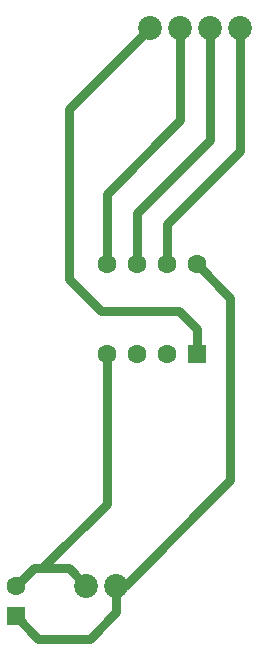
<source format=gbr>
%TF.GenerationSoftware,KiCad,Pcbnew,(5.1.6-0-10_14)*%
%TF.CreationDate,2020-08-24T18:45:30-04:00*%
%TF.ProjectId,atiny85_shield,6174696e-7938-4355-9f73-6869656c642e,rev?*%
%TF.SameCoordinates,Original*%
%TF.FileFunction,Copper,L1,Top*%
%TF.FilePolarity,Positive*%
%FSLAX46Y46*%
G04 Gerber Fmt 4.6, Leading zero omitted, Abs format (unit mm)*
G04 Created by KiCad (PCBNEW (5.1.6-0-10_14)) date 2020-08-24 18:45:30*
%MOMM*%
%LPD*%
G01*
G04 APERTURE LIST*
%TA.AperFunction,ComponentPad*%
%ADD10C,1.600000*%
%TD*%
%TA.AperFunction,ComponentPad*%
%ADD11R,1.600000X1.600000*%
%TD*%
%TA.AperFunction,ComponentPad*%
%ADD12C,2.020000*%
%TD*%
%TA.AperFunction,Conductor*%
%ADD13C,0.762000*%
%TD*%
%TA.AperFunction,Conductor*%
%ADD14C,1.524000*%
%TD*%
G04 APERTURE END LIST*
D10*
%TO.P,U1,8*%
%TO.N,Net-(C1-Pad1)*%
X29578300Y21424900D03*
%TO.P,U1,7*%
%TO.N,Net-(J1-Pad1)*%
X27038300Y21424900D03*
%TO.P,U1,6*%
%TO.N,Net-(J1-Pad2)*%
X24498300Y21424900D03*
%TO.P,U1,5*%
%TO.N,Net-(J1-Pad3)*%
X21958300Y21424900D03*
%TO.P,U1,4*%
%TO.N,Net-(C1-Pad2)*%
X21958300Y13804900D03*
%TO.P,U1,3*%
%TO.N,Net-(U1-Pad3)*%
X24498300Y13804900D03*
%TO.P,U1,2*%
%TO.N,Net-(U1-Pad2)*%
X27038300Y13804900D03*
D11*
%TO.P,U1,1*%
%TO.N,Net-(J1-Pad4)*%
X29578300Y13804900D03*
%TD*%
D12*
%TO.P,J2,2*%
%TO.N,Net-(C1-Pad1)*%
X22758400Y-5816600D03*
%TO.P,J2,1*%
%TO.N,Net-(C1-Pad2)*%
X20218400Y-5816600D03*
%TD*%
%TO.P,J1,4*%
%TO.N,Net-(J1-Pad4)*%
X25641300Y41427400D03*
%TO.P,J1,3*%
%TO.N,Net-(J1-Pad3)*%
X28181300Y41427400D03*
%TO.P,J1,2*%
%TO.N,Net-(J1-Pad2)*%
X30721300Y41427400D03*
%TO.P,J1,1*%
%TO.N,Net-(J1-Pad1)*%
X33261300Y41427400D03*
%TD*%
D10*
%TO.P,C1,2*%
%TO.N,Net-(C1-Pad2)*%
X14236700Y-5869300D03*
D11*
%TO.P,C1,1*%
%TO.N,Net-(C1-Pad1)*%
X14236700Y-8369300D03*
%TD*%
D13*
%TO.N,Net-(C1-Pad2)*%
X18745200Y-4343400D02*
X20218400Y-5816600D01*
X14236700Y-5869300D02*
X15762600Y-4343400D01*
X21958300Y1117600D02*
X16497300Y-4343400D01*
X21958300Y13804900D02*
X21958300Y1117600D01*
X16497300Y-4343400D02*
X18745200Y-4343400D01*
X15762600Y-4343400D02*
X16497300Y-4343400D01*
%TO.N,Net-(C1-Pad1)*%
X23456900Y-5816600D02*
X22758400Y-5816600D01*
X32410400Y18592800D02*
X32410400Y3136900D01*
X32410400Y3136900D02*
X23456900Y-5816600D01*
X29578300Y21424900D02*
X32410400Y18592800D01*
X22758400Y-5816600D02*
X22758400Y-8039100D01*
X22758400Y-8039100D02*
X20497800Y-10299700D01*
X16167100Y-10299700D02*
X14236700Y-8369300D01*
X20497800Y-10299700D02*
X16167100Y-10299700D01*
%TO.N,Net-(J1-Pad4)*%
X29578300Y13804900D02*
X29578300Y15951200D01*
X29578300Y15951200D02*
X28079700Y17449800D01*
X28079700Y17449800D02*
X21437600Y17449800D01*
X21437600Y17449800D02*
X18745200Y20142200D01*
X18745200Y34531300D02*
X25641300Y41427400D01*
X18745200Y20142200D02*
X18745200Y34531300D01*
D14*
%TO.N,Net-(J1-Pad3)*%
X28194000Y41414700D02*
X28181300Y41427400D01*
D13*
X21958300Y21424900D02*
X21958300Y27393900D01*
X28181300Y33616900D02*
X28181300Y41427400D01*
X21958300Y27393900D02*
X28181300Y33616900D01*
D14*
%TO.N,Net-(J1-Pad2)*%
X30734000Y41414700D02*
X30721300Y41427400D01*
D13*
X24498300Y21424900D02*
X24498300Y25742900D01*
X30721300Y31965900D02*
X30721300Y41427400D01*
X24498300Y25742900D02*
X30721300Y31965900D01*
D14*
%TO.N,Net-(J1-Pad1)*%
X33274000Y41414700D02*
X33261300Y41427400D01*
D13*
X33261300Y31038800D02*
X33261300Y41427400D01*
X27038300Y24815800D02*
X33261300Y31038800D01*
X27038300Y21424900D02*
X27038300Y24815800D01*
%TD*%
M02*

</source>
